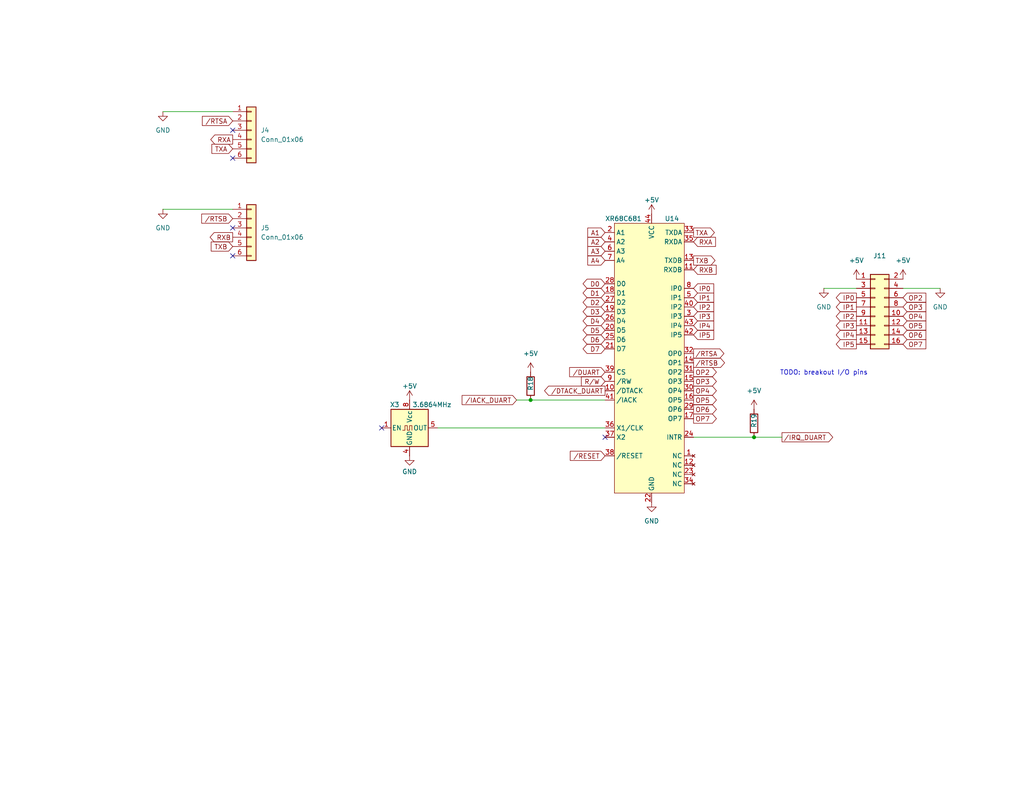
<source format=kicad_sch>
(kicad_sch (version 20231120) (generator "eeschema") (generator_version "8.0")
  (paper "A")
  (title_block (title "Mackerel-10 SBC v1") (date "2024-09-23") (rev "1.0a") (company "Colin Maykish"))
  (lib_symbols
    (symbol "Connector_Generic:Conn_01x06" (pin_names (offset 1.016) hide)
      (property "Reference" "J" (at 0 7.62 0))
      (property "Value" "Conn_01x06" (at 0 -10.16 0))
      (symbol "Conn_01x06_1_1"
        (rectangle (start -1.27 -7.493) (end 0 -7.747) (stroke (width 0.1524)))
        (rectangle (start -1.27 -4.953) (end 0 -5.207) (stroke (width 0.1524)))
        (rectangle (start -1.27 -2.413) (end 0 -2.667) (stroke (width 0.1524)))
        (rectangle (start -1.27 0.127) (end 0 -0.127) (stroke (width 0.1524)))
        (rectangle (start -1.27 2.667) (end 0 2.413) (stroke (width 0.1524)))
        (rectangle (start -1.27 5.207) (end 0 4.953) (stroke (width 0.1524)))
        (rectangle (start -1.27 6.35) (end 1.27 -8.89) (stroke (width 0.254)) (fill (type background)))
        (pin passive line (at -5.08 5.08 0) (length 3.81) (name "Pin_1") (number "1"))
        (pin passive line (at -5.08 2.54 0) (length 3.81) (name "Pin_2") (number "2"))
        (pin passive line (at -5.08 0 0) (length 3.81) (name "Pin_3") (number "3"))
        (pin passive line (at -5.08 -2.54 0) (length 3.81) (name "Pin_4") (number "4"))
        (pin passive line (at -5.08 -5.08 0) (length 3.81) (name "Pin_5") (number "5"))
        (pin passive line (at -5.08 -7.62 0) (length 3.81) (name "Pin_6") (number "6"))
      )
    )
    (symbol "Connector_Generic:Conn_02x08_Odd_Even" (pin_names (offset 1.016) hide)
      (property "Reference" "J" (at 1.27 10.16 0))
      (property "Value" "Conn_02x08_Odd_Even" (at 1.27 -12.7 0))
      (symbol "Conn_02x08_Odd_Even_1_1"
        (rectangle (start -1.27 -10.033) (end 0 -10.287) (stroke (width 0.1524)))
        (rectangle (start -1.27 -7.493) (end 0 -7.747) (stroke (width 0.1524)))
        (rectangle (start -1.27 -4.953) (end 0 -5.207) (stroke (width 0.1524)))
        (rectangle (start -1.27 -2.413) (end 0 -2.667) (stroke (width 0.1524)))
        (rectangle (start -1.27 0.127) (end 0 -0.127) (stroke (width 0.1524)))
        (rectangle (start -1.27 2.667) (end 0 2.413) (stroke (width 0.1524)))
        (rectangle (start -1.27 5.207) (end 0 4.953) (stroke (width 0.1524)))
        (rectangle (start -1.27 7.747) (end 0 7.493) (stroke (width 0.1524)))
        (rectangle (start -1.27 8.89) (end 3.81 -11.43) (stroke (width 0.254)) (fill (type background)))
        (rectangle (start 3.81 -10.033) (end 2.54 -10.287) (stroke (width 0.1524)))
        (rectangle (start 3.81 -7.493) (end 2.54 -7.747) (stroke (width 0.1524)))
        (rectangle (start 3.81 -4.953) (end 2.54 -5.207) (stroke (width 0.1524)))
        (rectangle (start 3.81 -2.413) (end 2.54 -2.667) (stroke (width 0.1524)))
        (rectangle (start 3.81 0.127) (end 2.54 -0.127) (stroke (width 0.1524)))
        (rectangle (start 3.81 2.667) (end 2.54 2.413) (stroke (width 0.1524)))
        (rectangle (start 3.81 5.207) (end 2.54 4.953) (stroke (width 0.1524)))
        (rectangle (start 3.81 7.747) (end 2.54 7.493) (stroke (width 0.1524)))
        (pin passive line (at -5.08 7.62 0) (length 3.81) (name "Pin_1") (number "1"))
        (pin passive line (at 7.62 -2.54 180) (length 3.81) (name "Pin_10") (number "10"))
        (pin passive line (at -5.08 -5.08 0) (length 3.81) (name "Pin_11") (number "11"))
        (pin passive line (at 7.62 -5.08 180) (length 3.81) (name "Pin_12") (number "12"))
        (pin passive line (at -5.08 -7.62 0) (length 3.81) (name "Pin_13") (number "13"))
        (pin passive line (at 7.62 -7.62 180) (length 3.81) (name "Pin_14") (number "14"))
        (pin passive line (at -5.08 -10.16 0) (length 3.81) (name "Pin_15") (number "15"))
        (pin passive line (at 7.62 -10.16 180) (length 3.81) (name "Pin_16") (number "16"))
        (pin passive line (at 7.62 7.62 180) (length 3.81) (name "Pin_2") (number "2"))
        (pin passive line (at -5.08 5.08 0) (length 3.81) (name "Pin_3") (number "3"))
        (pin passive line (at 7.62 5.08 180) (length 3.81) (name "Pin_4") (number "4"))
        (pin passive line (at -5.08 2.54 0) (length 3.81) (name "Pin_5") (number "5"))
        (pin passive line (at 7.62 2.54 180) (length 3.81) (name "Pin_6") (number "6"))
        (pin passive line (at -5.08 0 0) (length 3.81) (name "Pin_7") (number "7"))
        (pin passive line (at 7.62 0 180) (length 3.81) (name "Pin_8") (number "8"))
        (pin passive line (at -5.08 -2.54 0) (length 3.81) (name "Pin_9") (number "9"))
      )
    )
    (symbol "Device:R" (pin_numbers hide) (pin_names (offset 0))
      (property "Reference" "R" (at 2.032 0 90))
      (property "Value" "R" (at 0 0 90))
      (symbol "R_0_1"
        (rectangle (start -1.016 -2.54) (end 1.016 2.54) (stroke (width 0.254)))
      )
      (symbol "R_1_1"
        (pin passive line (at 0 3.81 270) (length 1.27) (name "~") (number "1"))
        (pin passive line (at 0 -3.81 90) (length 1.27) (name "~") (number "2"))
      )
    )
    (symbol "Oscillator:CXO_DIP8" (pin_names (offset 0.254))
      (property "Reference" "X" (at -5.08 6.35 0))
      (property "Value" "CXO_DIP8" (at 1.27 -6.35 0))
      (symbol "CXO_DIP8_0_1"
        (rectangle (start -5.08 5.08) (end 5.08 -5.08) (stroke (width 0.254)) (fill (type background)))
        (polyline (pts (xy -1.905 -0.635) (xy -1.27 -0.635) (xy -1.27 0.635) (xy -0.635 0.635) (xy -0.635 -0.635) (xy 0 -0.635) (xy 0 0.635) (xy 0.635 0.635) (xy 0.635 -0.635)))
      )
      (symbol "CXO_DIP8_1_1"
        (pin input line (at -7.62 0 0) (length 2.54) (name "EN") (number "1"))
        (pin power_in line (at 0 -7.62 90) (length 2.54) (name "GND") (number "4"))
        (pin output line (at 7.62 0 180) (length 2.54) (name "OUT") (number "5"))
        (pin power_in line (at 0 7.62 270) (length 2.54) (name "Vcc") (number "8"))
      )
    )
    (symbol "mackerel-68k-symbols:XR68C681"
      (property "Reference" "U" (at 6.35 33.02 0))
      (property "Value" "XR68C681" (at 0 0 0))
      (symbol "XR68C681_0_1"
        (rectangle (start -10.16 31.75) (end 8.89 -41.91) (fill (type background)))
      )
      (symbol "XR68C681_1_1"
        (pin no_connect line (at 11.43 -31.75 180) (length 2.54) (name "NC") (number "1"))
        (pin output line (at -12.7 -13.97 0) (length 2.54) (name "/DTACK") (number "10"))
        (pin output line (at 11.43 19.05 180) (length 2.54) (name "RXDB") (number "11"))
        (pin no_connect line (at 11.43 -34.29 180) (length 2.54) (name "NC") (number "12"))
        (pin input line (at 11.43 21.59 180) (length 2.54) (name "TXDB") (number "13"))
        (pin output line (at 11.43 -6.35 180) (length 2.54) (name "OP1") (number "14"))
        (pin output line (at 11.43 -11.43 180) (length 2.54) (name "OP3") (number "15"))
        (pin output line (at 11.43 -16.51 180) (length 2.54) (name "OP5") (number "16"))
        (pin output line (at 11.43 -21.59 180) (length 2.54) (name "OP7") (number "17"))
        (pin bidirectional line (at -12.7 12.7 0) (length 2.54) (name "D1") (number "18"))
        (pin bidirectional line (at -12.7 7.62 0) (length 2.54) (name "D3") (number "19"))
        (pin input line (at -12.7 29.21 0) (length 2.54) (name "A1") (number "2"))
        (pin bidirectional line (at -12.7 2.54 0) (length 2.54) (name "D5") (number "20"))
        (pin bidirectional line (at -12.7 -2.54 0) (length 2.54) (name "D7") (number "21"))
        (pin power_in line (at 0 -44.45 90) (length 2.54) (name "GND") (number "22"))
        (pin no_connect line (at 11.43 -36.83 180) (length 2.54) (name "NC") (number "23"))
        (pin output line (at 11.43 -26.67 180) (length 2.54) (name "INTR") (number "24"))
        (pin bidirectional line (at -12.7 0 0) (length 2.54) (name "D6") (number "25"))
        (pin bidirectional line (at -12.7 5.08 0) (length 2.54) (name "D4") (number "26"))
        (pin bidirectional line (at -12.7 10.16 0) (length 2.54) (name "D2") (number "27"))
        (pin bidirectional line (at -12.7 15.24 0) (length 2.54) (name "D0") (number "28"))
        (pin output line (at 11.43 -19.05 180) (length 2.54) (name "OP6") (number "29"))
        (pin input line (at 11.43 6.35 180) (length 2.54) (name "IP3") (number "3"))
        (pin output line (at 11.43 -13.97 180) (length 2.54) (name "OP4") (number "30"))
        (pin output line (at 11.43 -8.89 180) (length 2.54) (name "OP2") (number "31"))
        (pin output line (at 11.43 -3.81 180) (length 2.54) (name "OP0") (number "32"))
        (pin input line (at 11.43 29.21 180) (length 2.54) (name "TXDA") (number "33"))
        (pin no_connect line (at 11.43 -39.37 180) (length 2.54) (name "NC") (number "34"))
        (pin output line (at 11.43 26.67 180) (length 2.54) (name "RXDA") (number "35"))
        (pin input line (at -12.7 -24.13 0) (length 2.54) (name "X1/CLK") (number "36"))
        (pin input line (at -12.7 -26.67 0) (length 2.54) (name "X2") (number "37"))
        (pin input line (at -12.7 -31.75 0) (length 2.54) (name "/RESET") (number "38"))
        (pin input line (at -12.7 -8.89 0) (length 2.54) (name "CS") (number "39"))
        (pin input line (at -12.7 26.67 0) (length 2.54) (name "A2") (number "4"))
        (pin input line (at 11.43 8.89 180) (length 2.54) (name "IP2") (number "40"))
        (pin input line (at -12.7 -16.51 0) (length 2.54) (name "/IACK") (number "41"))
        (pin input line (at 11.43 1.27 180) (length 2.54) (name "IP5") (number "42"))
        (pin input line (at 11.43 3.81 180) (length 2.54) (name "IP4") (number "43"))
        (pin power_in line (at 0 34.29 270) (length 2.54) (name "VCC") (number "44"))
        (pin input line (at 11.43 11.43 180) (length 2.54) (name "IP1") (number "5"))
        (pin input line (at -12.7 24.13 0) (length 2.54) (name "A3") (number "6"))
        (pin input line (at -12.7 21.59 0) (length 2.54) (name "A4") (number "7"))
        (pin input line (at 11.43 13.97 180) (length 2.54) (name "IP0") (number "8"))
        (pin input line (at -12.7 -11.43 0) (length 2.54) (name "/RW") (number "9"))
      )
    )
    (symbol "power:+5V" (power) (pin_numbers hide) (pin_names (offset 0) hide)
      (property "Value" "+5V" (at 0 3.556 0))
      (symbol "+5V_0_1"
        (polyline (pts (xy -0.762 1.27) (xy 0 2.54)))
        (polyline (pts (xy 0 0) (xy 0 2.54)))
        (polyline (pts (xy 0 2.54) (xy 0.762 1.27)))
      )
      (symbol "+5V_1_1"
        (pin power_in line (at 0 0 90) (length 0) (name "~") (number "1"))
      )
    )
    (symbol "power:GND" (power) (pin_numbers hide) (pin_names (offset 0) hide)
      (property "Value" "GND" (at 0 -3.81 0))
      (symbol "GND_0_1"
        (polyline (pts (xy 0 0) (xy 0 -1.27) (xy 1.27 -1.27) (xy 0 -2.54) (xy -1.27 -1.27) (xy 0 -1.27)))
      )
      (symbol "GND_1_1"
        (pin power_in line (at 0 0 270) (length 0) (name "~") (number "1"))
      )
    )
  )
  (junction (at 144.78 109.22))
  (junction (at 205.74 119.38))
  (no_connect (at 63.5 35.56))
  (no_connect (at 165.1 119.38))
  (no_connect (at 104.14 116.84))
  (no_connect (at 63.5 69.85))
  (no_connect (at 63.5 62.23))
  (no_connect (at 63.5 43.18))
  (wire (pts (xy 213.36 119.38) (xy 205.74 119.38)))
  (wire (pts (xy 44.45 30.48) (xy 63.5 30.48)))
  (wire (pts (xy 224.79 78.74) (xy 233.68 78.74)))
  (wire (pts (xy 205.74 119.38) (xy 189.23 119.38)))
  (wire (pts (xy 140.97 109.22) (xy 144.78 109.22)))
  (wire (pts (xy 44.45 57.15) (xy 63.5 57.15)))
  (wire (pts (xy 256.54 78.74) (xy 246.38 78.74)))
  (wire (pts (xy 144.78 109.22) (xy 165.1 109.22)))
  (wire (pts (xy 119.38 116.84) (xy 165.1 116.84)))
  (text "TODO: breakout I/O pins" (at 224.79 101.854 0) (effects (font (size 1.27 1.27))))
  (global_label "OP7" (shape input) (at 246.38 93.98 0) (property "Intersheetrefs" "${INTERSHEET_REFS}" (effects (hide yes))))
  (global_label "{slash}RTSA" (shape input) (at 63.5 33.02 180) (property "Intersheetrefs" "${INTERSHEET_REFS}" (effects (hide yes))))
  (global_label "IP4" (shape input) (at 189.23 88.9 0) (property "Intersheetrefs" "${INTERSHEET_REFS}" (effects (hide yes))))
  (global_label "TXA" (shape output) (at 189.23 63.5 0) (property "Intersheetrefs" "${INTERSHEET_REFS}" (effects (hide yes))))
  (global_label "D6" (shape bidirectional) (at 165.1 92.71 180) (property "Intersheetrefs" "${INTERSHEET_REFS}" (effects (hide yes))))
  (global_label "OP5" (shape output) (at 189.23 109.22 0) (property "Intersheetrefs" "${INTERSHEET_REFS}" (effects (hide yes))))
  (global_label "A2" (shape input) (at 165.1 66.04 180) (property "Intersheetrefs" "${INTERSHEET_REFS}" (effects (hide yes))))
  (global_label "TXB" (shape output) (at 189.23 71.12 0) (property "Intersheetrefs" "${INTERSHEET_REFS}" (effects (hide yes))))
  (global_label "OP6" (shape input) (at 246.38 91.44 0) (property "Intersheetrefs" "${INTERSHEET_REFS}" (effects (hide yes))))
  (global_label "IP1" (shape output) (at 233.68 83.82 180) (property "Intersheetrefs" "${INTERSHEET_REFS}" (effects (hide yes))))
  (global_label "RXB" (shape input) (at 189.23 73.66 0) (property "Intersheetrefs" "${INTERSHEET_REFS}" (effects (hide yes))))
  (global_label "A4" (shape input) (at 165.1 71.12 180) (property "Intersheetrefs" "${INTERSHEET_REFS}" (effects (hide yes))))
  (global_label "OP4" (shape input) (at 246.38 86.36 0) (property "Intersheetrefs" "${INTERSHEET_REFS}" (effects (hide yes))))
  (global_label "OP3" (shape input) (at 246.38 83.82 0) (property "Intersheetrefs" "${INTERSHEET_REFS}" (effects (hide yes))))
  (global_label "IP2" (shape input) (at 189.23 83.82 0) (property "Intersheetrefs" "${INTERSHEET_REFS}" (effects (hide yes))))
  (global_label "A1" (shape input) (at 165.1 63.5 180) (property "Intersheetrefs" "${INTERSHEET_REFS}" (effects (hide yes))))
  (global_label "{slash}RTSB" (shape output) (at 189.23 99.06 0) (property "Intersheetrefs" "${INTERSHEET_REFS}" (effects (hide yes))))
  (global_label "IP5" (shape output) (at 233.68 93.98 180) (property "Intersheetrefs" "${INTERSHEET_REFS}" (effects (hide yes))))
  (global_label "TXA" (shape input) (at 63.5 40.64 180) (property "Intersheetrefs" "${INTERSHEET_REFS}" (effects (hide yes))))
  (global_label "{slash}DUART" (shape input) (at 165.1 101.6 180) (property "Intersheetrefs" "${INTERSHEET_REFS}" (effects (hide yes))))
  (global_label "OP2" (shape input) (at 246.38 81.28 0) (property "Intersheetrefs" "${INTERSHEET_REFS}" (effects (hide yes))))
  (global_label "D2" (shape bidirectional) (at 165.1 82.55 180) (property "Intersheetrefs" "${INTERSHEET_REFS}" (effects (hide yes))))
  (global_label "{slash}IRQ_DUART" (shape output) (at 213.36 119.38 0) (property "Intersheetrefs" "${INTERSHEET_REFS}" (effects (hide yes))))
  (global_label "IP3" (shape output) (at 233.68 88.9 180) (property "Intersheetrefs" "${INTERSHEET_REFS}" (effects (hide yes))))
  (global_label "IP4" (shape output) (at 233.68 91.44 180) (property "Intersheetrefs" "${INTERSHEET_REFS}" (effects (hide yes))))
  (global_label "{slash}RESET" (shape input) (at 165.1 124.46 180) (property "Intersheetrefs" "${INTERSHEET_REFS}" (effects (hide yes))))
  (global_label "OP7" (shape output) (at 189.23 114.3 0) (property "Intersheetrefs" "${INTERSHEET_REFS}" (effects (hide yes))))
  (global_label "D5" (shape bidirectional) (at 165.1 90.17 180) (property "Intersheetrefs" "${INTERSHEET_REFS}" (effects (hide yes))))
  (global_label "IP2" (shape output) (at 233.68 86.36 180) (property "Intersheetrefs" "${INTERSHEET_REFS}" (effects (hide yes))))
  (global_label "OP3" (shape output) (at 189.23 104.14 0) (property "Intersheetrefs" "${INTERSHEET_REFS}" (effects (hide yes))))
  (global_label "OP5" (shape input) (at 246.38 88.9 0) (property "Intersheetrefs" "${INTERSHEET_REFS}" (effects (hide yes))))
  (global_label "IP3" (shape input) (at 189.23 86.36 0) (property "Intersheetrefs" "${INTERSHEET_REFS}" (effects (hide yes))))
  (global_label "{slash}IACK_DUART" (shape input) (at 140.97 109.22 180) (property "Intersheetrefs" "${INTERSHEET_REFS}" (effects (hide yes))))
  (global_label "RXB" (shape output) (at 63.5 64.77 180) (property "Intersheetrefs" "${INTERSHEET_REFS}" (effects (hide yes))))
  (global_label "RXA" (shape output) (at 63.5 38.1 180) (property "Intersheetrefs" "${INTERSHEET_REFS}" (effects (hide yes))))
  (global_label "IP1" (shape input) (at 189.23 81.28 0) (property "Intersheetrefs" "${INTERSHEET_REFS}" (effects (hide yes))))
  (global_label "RXA" (shape input) (at 189.23 66.04 0) (property "Intersheetrefs" "${INTERSHEET_REFS}" (effects (hide yes))))
  (global_label "{slash}RTSB" (shape input) (at 63.5 59.69 180) (property "Intersheetrefs" "${INTERSHEET_REFS}" (effects (hide yes))))
  (global_label "{slash}DTACK_DUART" (shape output) (at 165.1 106.68 180) (property "Intersheetrefs" "${INTERSHEET_REFS}" (effects (hide yes))))
  (global_label "{slash}RTSA" (shape output) (at 189.23 96.52 0) (property "Intersheetrefs" "${INTERSHEET_REFS}" (effects (hide yes))))
  (global_label "D4" (shape bidirectional) (at 165.1 87.63 180) (property "Intersheetrefs" "${INTERSHEET_REFS}" (effects (hide yes))))
  (global_label "OP2" (shape output) (at 189.23 101.6 0) (property "Intersheetrefs" "${INTERSHEET_REFS}" (effects (hide yes))))
  (global_label "A3" (shape input) (at 165.1 68.58 180) (property "Intersheetrefs" "${INTERSHEET_REFS}" (effects (hide yes))))
  (global_label "IP0" (shape input) (at 189.23 78.74 0) (property "Intersheetrefs" "${INTERSHEET_REFS}" (effects (hide yes))))
  (global_label "D3" (shape bidirectional) (at 165.1 85.09 180) (property "Intersheetrefs" "${INTERSHEET_REFS}" (effects (hide yes))))
  (global_label "D7" (shape bidirectional) (at 165.1 95.25 180) (property "Intersheetrefs" "${INTERSHEET_REFS}" (effects (hide yes))))
  (global_label "D1" (shape bidirectional) (at 165.1 80.01 180) (property "Intersheetrefs" "${INTERSHEET_REFS}" (effects (hide yes))))
  (global_label "OP4" (shape output) (at 189.23 106.68 0) (property "Intersheetrefs" "${INTERSHEET_REFS}" (effects (hide yes))))
  (global_label "OP6" (shape output) (at 189.23 111.76 0) (property "Intersheetrefs" "${INTERSHEET_REFS}" (effects (hide yes))))
  (global_label "D0" (shape bidirectional) (at 165.1 77.47 180) (property "Intersheetrefs" "${INTERSHEET_REFS}" (effects (hide yes))))
  (global_label "R{slash}W" (shape input) (at 165.1 104.14 180) (property "Intersheetrefs" "${INTERSHEET_REFS}" (effects (hide yes))))
  (global_label "TXB" (shape input) (at 63.5 67.31 180) (property "Intersheetrefs" "${INTERSHEET_REFS}" (effects (hide yes))))
  (global_label "IP0" (shape output) (at 233.68 81.28 180) (property "Intersheetrefs" "${INTERSHEET_REFS}" (effects (hide yes))))
  (global_label "IP5" (shape input) (at 189.23 91.44 0) (property "Intersheetrefs" "${INTERSHEET_REFS}" (effects (hide yes))))
  (symbol (lib_id "Connector_Generic:Conn_02x08_Odd_Even") (at 238.76 83.82 0) (unit 1)
    (property "Reference" "J11" (at 240.03 69.85 0))
    (property "Value" "Conn_02x08_Odd_Even" (effects (hide yes)))
    (property "Footprint" "Connector_PinHeader_2.54mm:PinHeader_2x08_P2.54mm_Vertical" (effects (hide yes)))
    (property "Description" "Generic connector, double row, 02x08, odd/even pin numbering scheme (row 1 odd numbers, row 2 even numbers), script generated (kicad-library-utils/schlib/autogen/connector/)" (effects (hide yes)))
  )
  (symbol (lib_id "power:GND") (at 256.54 78.74 0) (unit 1)
    (property "Reference" "#PWR083" (effects (hide yes)))
    (property "Value" "GND" (at 256.54 83.82 0))
    (property "Description" "Power symbol creates a global label with name \"GND\" , ground" (effects (hide yes)))
  )
  (symbol (lib_id "power:GND") (at 224.79 78.74 0) (unit 1)
    (property "Reference" "#PWR082" (effects (hide yes)))
    (property "Value" "GND" (at 224.79 83.82 0))
    (property "Description" "Power symbol creates a global label with name \"GND\" , ground" (effects (hide yes)))
  )
  (symbol (lib_id "power:GND") (at 44.45 30.48 0) (unit 1)
    (property "Reference" "#PWR048" (effects (hide yes)))
    (property "Value" "GND" (at 44.45 35.56 0))
    (property "Description" "Power symbol creates a global label with name \"GND\" , ground" (effects (hide yes)))
  )
  (symbol (lib_id "Device:R") (at 205.74 115.57 180) (unit 1)
    (property "Reference" "R19" (at 205.74 116.84 90) (effects (justify right)))
    (property "Value" "R" (effects (hide yes)))
    (property "Footprint" "Resistor_THT:R_Axial_DIN0207_L6.3mm_D2.5mm_P7.62mm_Horizontal" (effects (hide yes)))
    (property "Description" "Resistor" (effects (hide yes)))
  )
  (symbol (lib_id "power:+5V") (at 246.38 76.2 0) (unit 1)
    (property "Reference" "#PWR081" (effects (hide yes)))
    (property "Value" "+5V" (at 246.38 71.12 0))
    (property "Description" "Power symbol creates a global label with name \"+5V\"" (effects (hide yes)))
  )
  (symbol (lib_id "power:GND") (at 111.76 124.46 0) (unit 1)
    (property "Reference" "#PWR053" (effects (hide yes)))
    (property "Value" "GND" (at 111.76 128.778 0))
    (property "Description" "Power symbol creates a global label with name \"GND\" , ground" (effects (hide yes)))
  )
  (symbol (lib_id "power:+5V") (at 111.76 109.22 0) (unit 1)
    (property "Reference" "#PWR052" (effects (hide yes)))
    (property "Value" "+5V" (at 111.76 105.41 0))
    (property "Description" "Power symbol creates a global label with name \"+5V\"" (effects (hide yes)))
  )
  (symbol (lib_id "power:+5V") (at 144.78 101.6 0) (unit 1)
    (property "Reference" "#PWR054" (effects (hide yes)))
    (property "Value" "+5V" (at 144.78 96.52 0))
    (property "Description" "Power symbol creates a global label with name \"+5V\"" (effects (hide yes)))
  )
  (symbol (lib_id "power:GND") (at 44.45 57.15 0) (unit 1)
    (property "Reference" "#PWR049" (effects (hide yes)))
    (property "Value" "GND" (at 44.45 62.23 0))
    (property "Description" "Power symbol creates a global label with name \"GND\" , ground" (effects (hide yes)))
  )
  (symbol (lib_id "power:+5V") (at 177.8 58.42 0) (unit 1)
    (property "Reference" "#PWR055" (effects (hide yes)))
    (property "Value" "+5V" (at 177.8 54.61 0))
    (property "Description" "Power symbol creates a global label with name \"+5V\"" (effects (hide yes)))
  )
  (symbol (lib_id "Connector_Generic:Conn_01x06") (at 68.58 35.56 0) (unit 1)
    (property "Reference" "J4" (at 71.12 35.5599 0) (effects (justify left)))
    (property "Value" "Conn_01x06" (at 71.12 38.0999 0) (effects (justify left)))
    (property "Footprint" "Connector_PinSocket_2.54mm:PinSocket_1x06_P2.54mm_Vertical" (effects (hide yes)))
    (property "Description" "Generic connector, single row, 01x06, script generated (kicad-library-utils/schlib/autogen/connector/)" (effects (hide yes)))
  )
  (symbol (lib_id "power:+5V") (at 233.68 76.2 0) (unit 1)
    (property "Reference" "#PWR057" (effects (hide yes)))
    (property "Value" "+5V" (at 233.68 71.12 0))
    (property "Description" "Power symbol creates a global label with name \"+5V\"" (effects (hide yes)))
  )
  (symbol (lib_id "Connector_Generic:Conn_01x06") (at 68.58 62.23 0) (unit 1)
    (property "Reference" "J5" (at 71.12 62.2299 0) (effects (justify left)))
    (property "Value" "Conn_01x06" (at 71.12 64.7699 0) (effects (justify left)))
    (property "Footprint" "Connector_PinSocket_2.54mm:PinSocket_1x06_P2.54mm_Vertical" (effects (hide yes)))
    (property "Description" "Generic connector, single row, 01x06, script generated (kicad-library-utils/schlib/autogen/connector/)" (effects (hide yes)))
  )
  (symbol (lib_id "mackerel-68k-symbols:XR68C681") (at 177.8 92.71 0) (unit 1)
    (property "Reference" "U14" (at 181.356 59.69 0) (effects (justify left)))
    (property "Value" "XR68C681" (at 165.1 59.69 0) (effects (justify left)))
    (property "Footprint" "Package_LCC:PLCC-44_THT-Socket" (effects (hide yes)))
  )
  (symbol (lib_id "Device:R") (at 144.78 105.41 180) (unit 1)
    (property "Reference" "R18" (at 144.78 106.68 90) (effects (justify right)))
    (property "Value" "R" (effects (hide yes)))
    (property "Footprint" "Resistor_THT:R_Axial_DIN0207_L6.3mm_D2.5mm_P7.62mm_Horizontal" (effects (hide yes)))
    (property "Description" "Resistor" (effects (hide yes)))
  )
  (symbol (lib_id "Oscillator:CXO_DIP8") (at 111.76 116.84 0) (unit 1)
    (property "Reference" "X3" (at 107.696 110.49 0))
    (property "Value" "3.6864MHz" (at 117.856 110.49 0))
    (property "Footprint" "Oscillator:Oscillator_DIP-8" (effects (hide yes)))
    (property "Datasheet" "http://cdn-reichelt.de/documents/datenblatt/B400/OSZI.pdf" (effects (hide yes)))
    (property "Description" "Crystal Clock Oscillator, DIP8-style metal package" (effects (hide yes)))
  )
  (symbol (lib_id "power:+5V") (at 205.74 111.76 0) (unit 1)
    (property "Reference" "#PWR058" (effects (hide yes)))
    (property "Value" "+5V" (at 205.74 106.68 0))
    (property "Description" "Power symbol creates a global label with name \"+5V\"" (effects (hide yes)))
  )
  (symbol (lib_id "power:GND") (at 177.8 137.16 0) (unit 1)
    (property "Reference" "#PWR056" (effects (hide yes)))
    (property "Value" "GND" (at 177.8 142.24 0))
    (property "Description" "Power symbol creates a global label with name \"GND\" , ground" (effects (hide yes)))
  )
)
</source>
